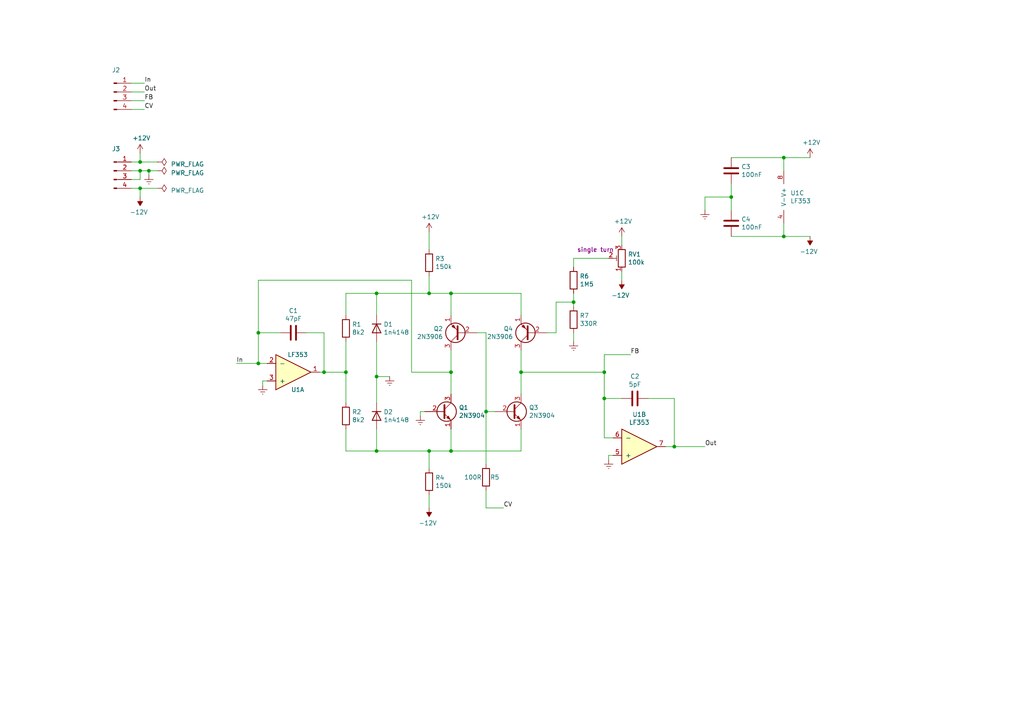
<source format=kicad_sch>
(kicad_sch (version 20231120) (generator "eeschema") (generator_version "8.0")
  (paper "A4")
  (title_block (comment 2 "creativecommons.org/licenses/by/4.0/") (comment 3 "License: CC BY 4.0") (comment 4 "Author: Guy John"))
  (lib_symbols
    (symbol "Connector:Conn_01x04_Pin" (pin_names (offset 1.016) hide)
      (property "Reference" "J" (at 0 5.08 0))
      (property "Value" "Conn_01x04_Pin" (at 0 -7.62 0))
      (symbol "Conn_01x04_Pin_1_1"
        (polyline (pts (xy 1.27 -5.08) (xy 0.8636 -5.08)) (stroke (width 0.1524)))
        (polyline (pts (xy 1.27 -2.54) (xy 0.8636 -2.54)) (stroke (width 0.1524)))
        (polyline (pts (xy 1.27 0) (xy 0.8636 0)) (stroke (width 0.1524)))
        (polyline (pts (xy 1.27 2.54) (xy 0.8636 2.54)) (stroke (width 0.1524)))
        (rectangle (start 0.8636 -4.953) (end 0 -5.207) (stroke (width 0.1524)) (fill (type outline)))
        (rectangle (start 0.8636 -2.413) (end 0 -2.667) (stroke (width 0.1524)) (fill (type outline)))
        (rectangle (start 0.8636 0.127) (end 0 -0.127) (stroke (width 0.1524)) (fill (type outline)))
        (rectangle (start 0.8636 2.667) (end 0 2.413) (stroke (width 0.1524)) (fill (type outline)))
        (pin passive line (at 5.08 2.54 180) (length 3.81) (name "Pin_1") (number "1"))
        (pin passive line (at 5.08 0 180) (length 3.81) (name "Pin_2") (number "2"))
        (pin passive line (at 5.08 -2.54 180) (length 3.81) (name "Pin_3") (number "3"))
        (pin passive line (at 5.08 -5.08 180) (length 3.81) (name "Pin_4") (number "4"))
      )
    )
    (symbol "Device:D" (pin_numbers hide) (pin_names (offset 1.016) hide)
      (property "Reference" "D" (at 0 2.54 0))
      (property "Value" "D" (at 0 -2.54 0))
      (symbol "D_0_1"
        (polyline (pts (xy -1.27 1.27) (xy -1.27 -1.27)) (stroke (width 0.254)))
        (polyline (pts (xy 1.27 0) (xy -1.27 0)))
        (polyline (pts (xy 1.27 1.27) (xy 1.27 -1.27) (xy -1.27 0) (xy 1.27 1.27)) (stroke (width 0.254)))
      )
      (symbol "D_1_1"
        (pin passive line (at -3.81 0 0) (length 2.54) (name "K") (number "1"))
        (pin passive line (at 3.81 0 180) (length 2.54) (name "A") (number "2"))
      )
    )
    (symbol "OpAmps:LF353" (pin_names (offset 1.016))
      (property "Reference" "U" (at 1.27 5.08 0))
      (property "Value" "LF353" (at 3.81 -5.08 0))
      (symbol "LF353_1_1"
        (polyline (pts (xy -5.08 5.08) (xy 5.08 0) (xy -5.08 -5.08) (xy -5.08 5.08)) (stroke (width 0.254)) (fill (type background)))
        (pin output line (at 7.62 0 180) (length 2.54) (name "~") (number "1"))
        (pin input line (at -7.62 -2.54 0) (length 2.54) (name "-") (number "2"))
        (pin input line (at -7.62 2.54 0) (length 2.54) (name "+") (number "3"))
      )
      (symbol "LF353_2_1"
        (polyline (pts (xy -5.08 5.08) (xy 5.08 0) (xy -5.08 -5.08) (xy -5.08 5.08)) (stroke (width 0.254)) (fill (type background)))
        (pin input line (at -7.62 2.54 0) (length 2.54) (name "+") (number "5"))
        (pin input line (at -7.62 -2.54 0) (length 2.54) (name "-") (number "6"))
        (pin output line (at 7.62 0 180) (length 2.54) (name "~") (number "7"))
      )
      (symbol "LF353_3_1"
        (pin power_in line (at -1.27 -7.62 90) (length 3.81) (name "V-") (number "4"))
        (pin power_in line (at -1.27 7.62 270) (length 3.81) (name "V+") (number "8"))
      )
    )
    (symbol "Rumblesan Standard Parts:C" (pin_numbers hide) (pin_names (offset 0.254) hide)
      (property "Reference" "C?" (at -6.35 0 90))
      (property "Value" "C" (at -3.81 0 90))
      (symbol "C_0_1"
        (polyline (pts (xy -2.032 -0.762) (xy 2.032 -0.762)) (stroke (width 0.508)))
        (polyline (pts (xy -2.032 0.762) (xy 2.032 0.762)) (stroke (width 0.508)))
      )
      (symbol "C_1_1"
        (pin passive line (at 0 3.81 270) (length 2.794) (name "~") (number "1"))
        (pin passive line (at 0 -3.81 90) (length 2.794) (name "~") (number "2"))
      )
    )
    (symbol "Rumblesan Standard Parts:R" (pin_numbers hide) (pin_names (offset 0))
      (property "Reference" "R?" (at -5.08 0 90))
      (property "Value" "R" (at -2.54 0 90))
      (symbol "R_0_1"
        (rectangle (start 1.016 2.54) (end -1.016 -2.54) (stroke (width 0.254)))
      )
      (symbol "R_1_1"
        (pin passive line (at 0 -3.81 90) (length 1.27) (name "~") (number "1"))
        (pin passive line (at 0 3.81 270) (length 1.27) (name "~") (number "2"))
      )
    )
    (symbol "Rumblesan Standard Parts:R_Potentiometer_Trim" (pin_names (offset 1.016) hide)
      (property "Reference" "RV?" (at -6.35 1.27 90))
      (property "Value" "R_Potentiometer_Trim" (at -3.81 10.16 90))
      (property "Spec" "single turn" (at 7.62 -2.54 0))
      (symbol "R_Potentiometer_Trim_0_1"
        (polyline (pts (xy 1.524 0.762) (xy 1.524 -0.762)))
        (polyline (pts (xy 2.54 0) (xy 1.524 0)))
        (rectangle (start 1.016 2.54) (end -1.016 -2.54) (stroke (width 0.254)))
      )
      (symbol "R_Potentiometer_Trim_1_1"
        (pin passive line (at 0 3.81 270) (length 1.27) (name "1") (number "1"))
        (pin passive line (at 3.81 0 180) (length 1.27) (name "2") (number "2"))
        (pin passive line (at 0 -3.81 90) (length 1.27) (name "3") (number "3"))
      )
    )
    (symbol "Transistor_BJT:2N3904" (pin_names (offset 0) hide)
      (property "Reference" "Q" (at 5.08 1.905 0))
      (property "Value" "2N3904" (at 5.08 0 0))
      (symbol "2N3904_0_1"
        (polyline (pts (xy 0.635 0.635) (xy 2.54 2.54)))
        (polyline (pts (xy 0.635 -0.635) (xy 2.54 -2.54) (xy 2.54 -2.54)))
        (polyline (pts (xy 0.635 1.905) (xy 0.635 -1.905) (xy 0.635 -1.905)) (stroke (width 0.508)))
        (polyline (pts (xy 1.27 -1.778) (xy 1.778 -1.27) (xy 2.286 -2.286) (xy 1.27 -1.778) (xy 1.27 -1.778)) (fill (type outline)))
        (circle (center 1.27 0) (radius 2.8194) (stroke (width 0.254)))
      )
      (symbol "2N3904_1_1"
        (pin passive line (at 2.54 -5.08 90) (length 2.54) (name "E") (number "1"))
        (pin passive line (at -5.08 0 0) (length 5.715) (name "B") (number "2"))
        (pin passive line (at 2.54 5.08 270) (length 2.54) (name "C") (number "3"))
      )
    )
    (symbol "Transistor_BJT:2N3906" (pin_names (offset 0) hide)
      (property "Reference" "Q" (at 5.08 1.905 0))
      (property "Value" "2N3906" (at 5.08 0 0))
      (symbol "2N3906_0_1"
        (polyline (pts (xy 0.635 0.635) (xy 2.54 2.54)))
        (polyline (pts (xy 0.635 -0.635) (xy 2.54 -2.54) (xy 2.54 -2.54)))
        (polyline (pts (xy 0.635 1.905) (xy 0.635 -1.905) (xy 0.635 -1.905)) (stroke (width 0.508)))
        (polyline (pts (xy 2.286 -1.778) (xy 1.778 -2.286) (xy 1.27 -1.27) (xy 2.286 -1.778) (xy 2.286 -1.778)) (fill (type outline)))
        (circle (center 1.27 0) (radius 2.8194) (stroke (width 0.254)))
      )
      (symbol "2N3906_1_1"
        (pin passive line (at 2.54 -5.08 90) (length 2.54) (name "E") (number "1"))
        (pin input line (at -5.08 0 0) (length 5.715) (name "B") (number "2"))
        (pin passive line (at 2.54 5.08 270) (length 2.54) (name "C") (number "3"))
      )
    )
    (symbol "power:+12V" (power) (pin_names (offset 0))
      (property "Value" "+12V" (at 0 3.556 0))
      (symbol "+12V_0_1"
        (polyline (pts (xy -0.762 1.27) (xy 0 2.54)))
        (polyline (pts (xy 0 0) (xy 0 2.54)))
        (polyline (pts (xy 0 2.54) (xy 0.762 1.27)))
      )
      (symbol "+12V_1_1"
        (pin power_in line (at 0 0 90) (length 0) hide (name "+12V") (number "1"))
      )
    )
    (symbol "power:-12V" (power) (pin_names (offset 0))
      (property "Value" "-12V" (at 0 3.81 0))
      (symbol "-12V_0_0"
        (pin power_in line (at 0 0 90) (length 0) hide (name "-12V") (number "1"))
      )
      (symbol "-12V_0_1"
        (polyline (pts (xy 0 0) (xy 0 1.27) (xy 0.762 1.27) (xy 0 2.54) (xy -0.762 1.27) (xy 0 1.27)) (fill (type outline)))
      )
    )
    (symbol "power:GNDREF" (power) (pin_names (offset 0))
      (property "Value" "GNDREF" (at 0 -3.81 0))
      (symbol "GNDREF_0_1"
        (polyline (pts (xy -0.635 -1.905) (xy 0.635 -1.905)))
        (polyline (pts (xy -0.127 -2.54) (xy 0.127 -2.54)))
        (polyline (pts (xy 0 -1.27) (xy 0 0)))
        (polyline (pts (xy 1.27 -1.27) (xy -1.27 -1.27)))
      )
      (symbol "GNDREF_1_1"
        (pin power_in line (at 0 0 270) (length 0) hide (name "GNDREF") (number "1"))
      )
    )
    (symbol "power:PWR_FLAG" (power) (pin_numbers hide) (pin_names (offset 0) hide)
      (property "Value" "PWR_FLAG" (at 0 3.81 0))
      (symbol "PWR_FLAG_0_0"
        (pin power_out line (at 0 0 90) (length 0) (name "pwr") (number "1"))
      )
      (symbol "PWR_FLAG_0_1"
        (polyline (pts (xy 0 0) (xy 0 1.27) (xy -1.016 1.905) (xy 0 2.54) (xy 1.016 1.905) (xy 0 1.27)))
      )
    )
  )
  (junction (at 130.81 130.81))
  (junction (at 109.22 109.22))
  (junction (at 227.33 45.72))
  (junction (at 124.46 130.81))
  (junction (at 212.09 57.15))
  (junction (at 40.64 46.99))
  (junction (at 93.98 107.95))
  (junction (at 43.18 49.53))
  (junction (at 124.46 85.09))
  (junction (at 130.81 85.09))
  (junction (at 175.26 107.95))
  (junction (at 227.33 68.58))
  (junction (at 140.97 119.38))
  (junction (at 74.93 105.41))
  (junction (at 195.58 129.54))
  (junction (at 130.81 107.95))
  (junction (at 100.33 107.95))
  (junction (at 175.26 115.57))
  (junction (at 109.22 130.81))
  (junction (at 166.37 87.63))
  (junction (at 40.64 54.61))
  (junction (at 109.22 85.09))
  (junction (at 74.93 96.52))
  (junction (at 40.64 49.53))
  (junction (at 151.13 107.95))
  (wire (pts (xy 140.97 134.62) (xy 140.97 119.38)))
  (wire (pts (xy 140.97 119.38) (xy 143.51 119.38)))
  (wire (pts (xy 227.33 68.58) (xy 234.95 68.58)))
  (wire (pts (xy 166.37 87.63) (xy 161.29 87.63)))
  (wire (pts (xy 176.53 132.08) (xy 176.53 133.35)))
  (wire (pts (xy 76.2 110.49) (xy 76.2 111.76)))
  (wire (pts (xy 180.34 78.74) (xy 180.34 81.28)))
  (wire (pts (xy 180.34 115.57) (xy 175.26 115.57)))
  (wire (pts (xy 123.19 119.38) (xy 121.92 119.38)))
  (wire (pts (xy 195.58 129.54) (xy 193.04 129.54)))
  (wire (pts (xy 109.22 109.22) (xy 113.03 109.22)))
  (wire (pts (xy 38.1 24.13) (xy 41.91 24.13)))
  (wire (pts (xy 175.26 115.57) (xy 175.26 127)))
  (wire (pts (xy 195.58 129.54) (xy 204.47 129.54)))
  (wire (pts (xy 212.09 68.58) (xy 227.33 68.58)))
  (wire (pts (xy 227.33 64.77) (xy 227.33 68.58)))
  (wire (pts (xy 74.93 81.28) (xy 119.38 81.28)))
  (wire (pts (xy 140.97 142.24) (xy 140.97 147.32)))
  (wire (pts (xy 124.46 143.51) (xy 124.46 147.32)))
  (wire (pts (xy 92.71 107.95) (xy 93.98 107.95)))
  (wire (pts (xy 138.43 96.52) (xy 140.97 96.52)))
  (wire (pts (xy 40.64 54.61) (xy 38.1 54.61)))
  (wire (pts (xy 130.81 130.81) (xy 124.46 130.81)))
  (wire (pts (xy 109.22 91.44) (xy 109.22 85.09)))
  (wire (pts (xy 74.93 105.41) (xy 74.93 96.52)))
  (wire (pts (xy 130.81 124.46) (xy 130.81 130.81)))
  (wire (pts (xy 130.81 101.6) (xy 130.81 107.95)))
  (wire (pts (xy 195.58 115.57) (xy 195.58 129.54)))
  (wire (pts (xy 38.1 46.99) (xy 40.64 46.99)))
  (wire (pts (xy 175.26 107.95) (xy 175.26 102.87)))
  (wire (pts (xy 151.13 130.81) (xy 130.81 130.81)))
  (wire (pts (xy 43.18 49.53) (xy 43.18 50.8)))
  (wire (pts (xy 77.47 105.41) (xy 74.93 105.41)))
  (wire (pts (xy 93.98 107.95) (xy 93.98 96.52)))
  (wire (pts (xy 161.29 87.63) (xy 161.29 96.52)))
  (wire (pts (xy 109.22 99.06) (xy 109.22 109.22)))
  (wire (pts (xy 161.29 96.52) (xy 158.75 96.52)))
  (wire (pts (xy 151.13 124.46) (xy 151.13 130.81)))
  (wire (pts (xy 166.37 96.52) (xy 166.37 99.06)))
  (wire (pts (xy 100.33 130.81) (xy 100.33 124.46)))
  (wire (pts (xy 100.33 85.09) (xy 100.33 91.44)))
  (wire (pts (xy 151.13 107.95) (xy 175.26 107.95)))
  (wire (pts (xy 212.09 57.15) (xy 204.47 57.15)))
  (wire (pts (xy 40.64 46.99) (xy 45.72 46.99)))
  (wire (pts (xy 151.13 107.95) (xy 151.13 114.3)))
  (wire (pts (xy 38.1 52.07) (xy 40.64 52.07)))
  (wire (pts (xy 151.13 85.09) (xy 130.81 85.09)))
  (wire (pts (xy 124.46 135.89) (xy 124.46 130.81)))
  (wire (pts (xy 74.93 96.52) (xy 81.28 96.52)))
  (wire (pts (xy 227.33 45.72) (xy 212.09 45.72)))
  (wire (pts (xy 140.97 147.32) (xy 146.05 147.32)))
  (wire (pts (xy 100.33 107.95) (xy 100.33 116.84)))
  (wire (pts (xy 93.98 96.52) (xy 88.9 96.52)))
  (wire (pts (xy 176.53 74.93) (xy 166.37 74.93)))
  (wire (pts (xy 175.26 127) (xy 177.8 127)))
  (wire (pts (xy 212.09 53.34) (xy 212.09 57.15)))
  (wire (pts (xy 109.22 85.09) (xy 100.33 85.09)))
  (wire (pts (xy 100.33 99.06) (xy 100.33 107.95)))
  (wire (pts (xy 43.18 49.53) (xy 45.72 49.53)))
  (wire (pts (xy 109.22 85.09) (xy 124.46 85.09)))
  (wire (pts (xy 212.09 57.15) (xy 212.09 60.96)))
  (wire (pts (xy 38.1 29.21) (xy 41.91 29.21)))
  (wire (pts (xy 227.33 49.53) (xy 227.33 45.72)))
  (wire (pts (xy 38.1 26.67) (xy 41.91 26.67)))
  (wire (pts (xy 109.22 124.46) (xy 109.22 130.81)))
  (wire (pts (xy 93.98 107.95) (xy 100.33 107.95)))
  (wire (pts (xy 234.95 45.72) (xy 227.33 45.72)))
  (wire (pts (xy 124.46 67.31) (xy 124.46 72.39)))
  (wire (pts (xy 151.13 91.44) (xy 151.13 85.09)))
  (wire (pts (xy 130.81 91.44) (xy 130.81 85.09)))
  (wire (pts (xy 130.81 107.95) (xy 130.81 114.3)))
  (wire (pts (xy 130.81 85.09) (xy 124.46 85.09)))
  (wire (pts (xy 166.37 74.93) (xy 166.37 77.47)))
  (wire (pts (xy 119.38 107.95) (xy 130.81 107.95)))
  (wire (pts (xy 77.47 110.49) (xy 76.2 110.49)))
  (wire (pts (xy 109.22 109.22) (xy 109.22 116.84)))
  (wire (pts (xy 175.26 107.95) (xy 175.26 115.57)))
  (wire (pts (xy 40.64 49.53) (xy 40.64 52.07)))
  (wire (pts (xy 40.64 57.15) (xy 40.64 54.61)))
  (wire (pts (xy 38.1 31.75) (xy 41.91 31.75)))
  (wire (pts (xy 151.13 101.6) (xy 151.13 107.95)))
  (wire (pts (xy 109.22 130.81) (xy 100.33 130.81)))
  (wire (pts (xy 121.92 119.38) (xy 121.92 120.65)))
  (wire (pts (xy 124.46 80.01) (xy 124.46 85.09)))
  (wire (pts (xy 119.38 81.28) (xy 119.38 107.95)))
  (wire (pts (xy 74.93 96.52) (xy 74.93 81.28)))
  (wire (pts (xy 40.64 46.99) (xy 40.64 44.45)))
  (wire (pts (xy 40.64 54.61) (xy 45.72 54.61)))
  (wire (pts (xy 187.96 115.57) (xy 195.58 115.57)))
  (wire (pts (xy 177.8 132.08) (xy 176.53 132.08)))
  (wire (pts (xy 140.97 96.52) (xy 140.97 119.38)))
  (wire (pts (xy 166.37 85.09) (xy 166.37 87.63)))
  (wire (pts (xy 40.64 49.53) (xy 38.1 49.53)))
  (wire (pts (xy 109.22 130.81) (xy 124.46 130.81)))
  (wire (pts (xy 68.58 105.41) (xy 74.93 105.41)))
  (wire (pts (xy 180.34 68.58) (xy 180.34 71.12)))
  (wire (pts (xy 166.37 87.63) (xy 166.37 88.9)))
  (wire (pts (xy 43.18 49.53) (xy 40.64 49.53)))
  (wire (pts (xy 204.47 57.15) (xy 204.47 60.96)))
  (wire (pts (xy 175.26 102.87) (xy 182.88 102.87)))
  (label "In" (at 41.91 24.13 0))
  (label "In" (at 68.58 105.41 0))
  (label "FB" (at 41.91 29.21 0))
  (label "FB" (at 182.88 102.87 0))
  (label "Out" (at 41.91 26.67 0))
  (label "CV" (at 41.91 31.75 0))
  (label "Out" (at 204.47 129.54 0))
  (label "CV" (at 146.05 147.32 0))
  (symbol (lib_id "Rumblesan Standard Parts:C") (at 212.09 49.53 180) (unit 1)
    (property "Reference" "C3" (at 215.011 48.3616 0) (effects (justify right)))
    (property "Value" "100nF" (at 215.011 50.673 0) (effects (justify right)))
    (property "Footprint" "Rumblesan_Standard_Parts:C_Rect_L7.0mm_W2.5mm_P5.00mm" (effects (hide yes)))
    (property "Spec" "ceramic X7R" (effects (hide yes)))
    (property "Tolerance" "5%" (effects (hide yes)))
  )
  (symbol (lib_id "Rumblesan Standard Parts:R_Potentiometer_Trim") (at 180.34 74.93 180) (unit 1)
    (property "Reference" "RV1" (at 182.118 73.7616 0) (effects (justify right)))
    (property "Value" "100k" (at 182.118 76.073 0) (effects (justify right)))
    (property "Footprint" "Rumblesan_Standard_Parts:Potentiometer_THT_Bourns_3306P_Vertical" (effects (hide yes)))
    (property "Spec" "single turn" (at 172.72 72.39 0))
  )
  (symbol (lib_id "OpAmps:LF353") (at 185.42 129.54 0) (mirror x) (unit 2)
    (property "Reference" "U1" (at 185.42 120.2182 0))
    (property "Value" "LF353" (at 185.42 122.5296 0))
    (property "Footprint" "Rumblesan_Standard_Parts:DIP-8_W7.62mm_Socket" (effects (hide yes)))
    (property "Datasheet" "https://www.ti.com/lit/ds/symlink/lf353.pdf" (effects (hide yes)))
  )
  (symbol (lib_id "power:+12V") (at 40.64 44.45 0) (unit 1)
    (property "Reference" "#PWR01" (effects (hide yes)))
    (property "Value" "+12V" (at 41.021 40.0558 0))
  )
  (symbol (lib_id "power:-12V") (at 180.34 81.28 180) (unit 1)
    (property "Reference" "#PWR012" (effects (hide yes)))
    (property "Value" "-12V" (at 179.959 85.6742 0))
  )
  (symbol (lib_id "power:GNDREF") (at 113.03 109.22 0) (unit 1)
    (property "Reference" "#PWR05" (effects (hide yes)))
    (property "Value" "GNDREF" (effects (hide yes)))
  )
  (symbol (lib_id "power:GNDREF") (at 204.47 60.96 0) (unit 1)
    (property "Reference" "#PWR013" (effects (hide yes)))
    (property "Value" "GNDREF" (effects (hide yes)))
  )
  (symbol (lib_id "Rumblesan Standard Parts:R") (at 100.33 95.25 0) (unit 1)
    (property "Reference" "R1" (at 102.108 94.0816 0) (effects (justify left)))
    (property "Value" "8k2" (at 102.108 96.393 0) (effects (justify left)))
    (property "Footprint" "Rumblesan_Standard_Parts:R_Axial_DIN0207_L6.3mm_D2.5mm_P2.54mm_Vertical" (effects (hide yes)))
    (property "Tolerance" "1%" (effects (hide yes)))
    (property "Power" "0.5W" (effects (hide yes)))
    (property "Spec" "metal film" (effects (hide yes)))
  )
  (symbol (lib_id "Rumblesan Standard Parts:R") (at 140.97 138.43 0) (unit 1)
    (property "Reference" "R5" (at 143.51 138.43 0))
    (property "Value" "100R" (at 137.16 138.43 0))
    (property "Footprint" "Rumblesan_Standard_Parts:R_Axial_DIN0207_L6.3mm_D2.5mm_P2.54mm_Vertical" (effects (hide yes)))
    (property "Tolerance" "1%" (effects (hide yes)))
    (property "Power" "0.5W" (effects (hide yes)))
    (property "Spec" "metal film" (effects (hide yes)))
  )
  (symbol (lib_id "power:+12V") (at 124.46 67.31 0) (unit 1)
    (property "Reference" "#PWR07" (effects (hide yes)))
    (property "Value" "+12V" (at 124.841 62.9158 0))
  )
  (symbol (lib_id "OpAmps:LF353") (at 85.09 107.95 0) (mirror x) (unit 1)
    (property "Reference" "U1" (at 86.36 113.03 0))
    (property "Value" "LF353" (at 86.36 102.87 0))
    (property "Footprint" "Rumblesan_Standard_Parts:DIP-8_W7.62mm_Socket" (effects (hide yes)))
    (property "Datasheet" "https://www.ti.com/lit/ds/symlink/lf353.pdf" (effects (hide yes)))
  )
  (symbol (lib_id "Rumblesan Standard Parts:C") (at 212.09 64.77 180) (unit 1)
    (property "Reference" "C4" (at 215.011 63.6016 0) (effects (justify right)))
    (property "Value" "100nF" (at 215.011 65.913 0) (effects (justify right)))
    (property "Footprint" "Rumblesan_Standard_Parts:C_Rect_L7.0mm_W2.5mm_P5.00mm" (effects (hide yes)))
    (property "Spec" "ceramic X7R" (effects (hide yes)))
    (property "Tolerance" "5%" (effects (hide yes)))
  )
  (symbol (lib_id "Connector:Conn_01x04_Pin") (at 33.02 49.53 0) (unit 1)
    (property "Reference" "J3" (at 33.655 43.18 0))
    (property "Value" "Conn_01x04_Pin" (effects (hide yes)))
    (property "Footprint" "Connector_PinHeader_2.54mm:PinHeader_1x04_P2.54mm_Vertical" (effects (hide yes)))
  )
  (symbol (lib_id "power:PWR_FLAG") (at 45.72 46.99 270) (unit 1)
    (property "Reference" "#FLG01" (effects (hide yes)))
    (property "Value" "PWR_FLAG" (at 49.53 47.625 90) (effects (justify left)))
  )
  (symbol (lib_id "power:GNDREF") (at 76.2 111.76 0) (unit 1)
    (property "Reference" "#PWR03" (effects (hide yes)))
    (property "Value" "GNDREF" (effects (hide yes)))
  )
  (symbol (lib_id "power:GNDREF") (at 121.92 120.65 0) (unit 1)
    (property "Reference" "#PWR06" (effects (hide yes)))
    (property "Value" "GNDREF" (effects (hide yes)))
  )
  (symbol (lib_id "Rumblesan Standard Parts:R") (at 166.37 81.28 0) (unit 1)
    (property "Reference" "R6" (at 168.148 80.1116 0) (effects (justify left)))
    (property "Value" "1M5" (at 168.148 82.423 0) (effects (justify left)))
    (property "Footprint" "Rumblesan_Standard_Parts:R_Axial_DIN0207_L6.3mm_D2.5mm_P2.54mm_Vertical" (effects (hide yes)))
    (property "Tolerance" "1%" (effects (hide yes)))
    (property "Power" "0.5W" (effects (hide yes)))
    (property "Spec" "metal film" (effects (hide yes)))
  )
  (symbol (lib_id "Transistor_BJT:2N3904") (at 148.59 119.38 0) (unit 1)
    (property "Reference" "Q3" (at 153.416 118.2116 0) (effects (justify left)))
    (property "Value" "2N3904" (at 153.416 120.523 0) (effects (justify left)))
    (property "Footprint" "Package_TO_SOT_THT:TO-92_Inline_Wide" (effects (hide yes)))
    (property "Datasheet" "https://www.onsemi.com/pub/Collateral/2N3903-D.PDF" (effects (hide yes)))
  )
  (symbol (lib_id "power:-12V") (at 40.64 57.15 180) (unit 1)
    (property "Reference" "#PWR04" (effects (hide yes)))
    (property "Value" "-12V" (at 40.259 61.5442 0))
  )
  (symbol (lib_id "Connector:Conn_01x04_Pin") (at 33.02 26.67 0) (unit 1)
    (property "Reference" "J2" (at 33.655 20.32 0))
    (property "Value" "Conn_01x04_Pin" (effects (hide yes)))
    (property "Footprint" "Connector_PinHeader_2.54mm:PinHeader_1x04_P2.54mm_Vertical" (effects (hide yes)))
  )
  (symbol (lib_id "power:PWR_FLAG") (at 45.72 49.53 270) (unit 1)
    (property "Reference" "#FLG03" (effects (hide yes)))
    (property "Value" "PWR_FLAG" (at 49.53 50.165 90) (effects (justify left)))
  )
  (symbol (lib_id "OpAmps:LF353") (at 228.6 57.15 0) (unit 3)
    (property "Reference" "U1" (at 229.235 55.9816 0) (effects (justify left)))
    (property "Value" "LF353" (at 229.235 58.293 0) (effects (justify left)))
    (property "Footprint" "Rumblesan_Standard_Parts:DIP-8_W7.62mm_Socket" (effects (hide yes)))
    (property "Datasheet" "https://www.ti.com/lit/ds/symlink/lf353.pdf" (effects (hide yes)))
  )
  (symbol (lib_id "power:+12V") (at 180.34 68.58 0) (unit 1)
    (property "Reference" "#PWR011" (effects (hide yes)))
    (property "Value" "+12V" (at 180.721 64.1858 0))
  )
  (symbol (lib_id "power:PWR_FLAG") (at 45.72 54.61 270) (unit 1)
    (property "Reference" "#FLG02" (effects (hide yes)))
    (property "Value" "PWR_FLAG" (at 49.53 55.245 90) (effects (justify left)))
  )
  (symbol (lib_id "power:GNDREF") (at 43.18 50.8 0) (unit 1)
    (property "Reference" "#PWR02" (effects (hide yes)))
    (property "Value" "GNDREF" (effects (hide yes)))
  )
  (symbol (lib_id "power:GNDREF") (at 166.37 99.06 0) (unit 1)
    (property "Reference" "#PWR09" (effects (hide yes)))
    (property "Value" "GNDREF" (effects (hide yes)))
  )
  (symbol (lib_id "Device:D") (at 109.22 95.25 270) (unit 1)
    (property "Reference" "D1" (at 111.252 94.0816 90) (effects (justify left)))
    (property "Value" "1n4148" (at 111.252 96.393 90) (effects (justify left)))
    (property "Footprint" "Diode_THT:D_DO-35_SOD27_P2.54mm_Vertical_AnodeUp" (effects (hide yes)))
  )
  (symbol (lib_id "power:-12V") (at 124.46 147.32 180) (unit 1)
    (property "Reference" "#PWR08" (effects (hide yes)))
    (property "Value" "-12V" (at 124.079 151.7142 0))
  )
  (symbol (lib_id "Rumblesan Standard Parts:C") (at 85.09 96.52 270) (unit 1)
    (property "Reference" "C1" (at 85.09 90.1192 90))
    (property "Value" "47pF" (at 85.09 92.4306 90))
    (property "Footprint" "Rumblesan_Standard_Parts:C_Rect_L7.0mm_W2.5mm_P5.00mm" (effects (hide yes)))
    (property "Spec" "ceramic C0G" (effects (hide yes)))
    (property "Tolerance" "5%" (effects (hide yes)))
  )
  (symbol (lib_id "Device:D") (at 109.22 120.65 270) (unit 1)
    (property "Reference" "D2" (at 111.252 119.4816 90) (effects (justify left)))
    (property "Value" "1n4148" (at 111.252 121.793 90) (effects (justify left)))
    (property "Footprint" "Diode_THT:D_DO-35_SOD27_P2.54mm_Vertical_AnodeUp" (effects (hide yes)))
  )
  (symbol (lib_id "power:-12V") (at 234.95 68.58 180) (unit 1)
    (property "Reference" "#PWR015" (effects (hide yes)))
    (property "Value" "-12V" (at 234.569 72.9742 0))
  )
  (symbol (lib_id "Rumblesan Standard Parts:C") (at 184.15 115.57 270) (unit 1)
    (property "Reference" "C2" (at 184.15 109.1692 90))
    (property "Value" "5pF" (at 184.15 111.4806 90))
    (property "Footprint" "Rumblesan_Standard_Parts:C_Rect_L7.0mm_W2.5mm_P5.00mm" (effects (hide yes)))
    (property "Spec" "ceramic C0G" (effects (hide yes)))
    (property "Tolerance" "5%" (effects (hide yes)))
  )
  (symbol (lib_id "Rumblesan Standard Parts:R") (at 124.46 139.7 0) (unit 1)
    (property "Reference" "R4" (at 126.238 138.5316 0) (effects (justify left)))
    (property "Value" "150k" (at 126.238 140.843 0) (effects (justify left)))
    (property "Footprint" "Rumblesan_Standard_Parts:R_Axial_DIN0207_L6.3mm_D2.5mm_P2.54mm_Vertical" (effects (hide yes)))
    (property "Tolerance" "1%" (effects (hide yes)))
    (property "Power" "0.5W" (effects (hide yes)))
    (property "Spec" "metal film" (effects (hide yes)))
  )
  (symbol (lib_id "power:GNDREF") (at 176.53 133.35 0) (unit 1)
    (property "Reference" "#PWR010" (effects (hide yes)))
    (property "Value" "GNDREF" (effects (hide yes)))
  )
  (symbol (lib_id "power:+12V") (at 234.95 45.72 0) (unit 1)
    (property "Reference" "#PWR014" (effects (hide yes)))
    (property "Value" "+12V" (at 235.331 41.3258 0))
  )
  (symbol (lib_id "Transistor_BJT:2N3904") (at 128.27 119.38 0) (unit 1)
    (property "Reference" "Q1" (at 133.096 118.2116 0) (effects (justify left)))
    (property "Value" "2N3904" (at 133.096 120.523 0) (effects (justify left)))
    (property "Footprint" "Package_TO_SOT_THT:TO-92_Inline_Wide" (effects (hide yes)))
    (property "Datasheet" "https://www.onsemi.com/pub/Collateral/2N3903-D.PDF" (effects (hide yes)))
  )
  (symbol (lib_id "Rumblesan Standard Parts:R") (at 166.37 92.71 0) (unit 1)
    (property "Reference" "R7" (at 168.148 91.5416 0) (effects (justify left)))
    (property "Value" "330R" (at 168.148 93.853 0) (effects (justify left)))
    (property "Footprint" "Rumblesan_Standard_Parts:R_Axial_DIN0207_L6.3mm_D2.5mm_P2.54mm_Vertical" (effects (hide yes)))
    (property "Tolerance" "1%" (effects (hide yes)))
    (property "Power" "0.5W" (effects (hide yes)))
    (property "Spec" "metal film" (effects (hide yes)))
  )
  (symbol (lib_id "Transistor_BJT:2N3906") (at 153.67 96.52 180) (unit 1)
    (property "Reference" "Q4" (at 148.8186 95.3516 0) (effects (justify left)))
    (property "Value" "2N3906" (at 148.8186 97.663 0) (effects (justify left)))
    (property "Footprint" "Package_TO_SOT_THT:TO-92_Inline_Wide" (effects (hide yes)))
    (property "Datasheet" "https://www.onsemi.com/pub/Collateral/2N3906-D.PDF" (effects (hide yes)))
  )
  (symbol (lib_id "Transistor_BJT:2N3906") (at 133.35 96.52 180) (unit 1)
    (property "Reference" "Q2" (at 128.4986 95.3516 0) (effects (justify left)))
    (property "Value" "2N3906" (at 128.4986 97.663 0) (effects (justify left)))
    (property "Footprint" "Package_TO_SOT_THT:TO-92_Inline_Wide" (effects (hide yes)))
    (property "Datasheet" "https://www.onsemi.com/pub/Collateral/2N3906-D.PDF" (effects (hide yes)))
  )
  (symbol (lib_id "Rumblesan Standard Parts:R") (at 100.33 120.65 0) (unit 1)
    (property "Reference" "R2" (at 102.108 119.4816 0) (effects (justify left)))
    (property "Value" "8k2" (at 102.108 121.793 0) (effects (justify left)))
    (property "Footprint" "Rumblesan_Standard_Parts:R_Axial_DIN0207_L6.3mm_D2.5mm_P2.54mm_Vertical" (effects (hide yes)))
    (property "Tolerance" "1%" (effects (hide yes)))
    (property "Power" "0.5W" (effects (hide yes)))
    (property "Spec" "metal film" (effects (hide yes)))
  )
  (symbol (lib_id "Rumblesan Standard Parts:R") (at 124.46 76.2 0) (unit 1)
    (property "Reference" "R3" (at 126.238 75.0316 0) (effects (justify left)))
    (property "Value" "150k" (at 126.238 77.343 0) (effects (justify left)))
    (property "Footprint" "Rumblesan_Standard_Parts:R_Axial_DIN0207_L6.3mm_D2.5mm_P2.54mm_Vertical" (effects (hide yes)))
    (property "Tolerance" "1%" (effects (hide yes)))
    (property "Power" "0.5W" (effects (hide yes)))
    (property "Spec" "metal film" (effects (hide yes)))
  )
)
</source>
